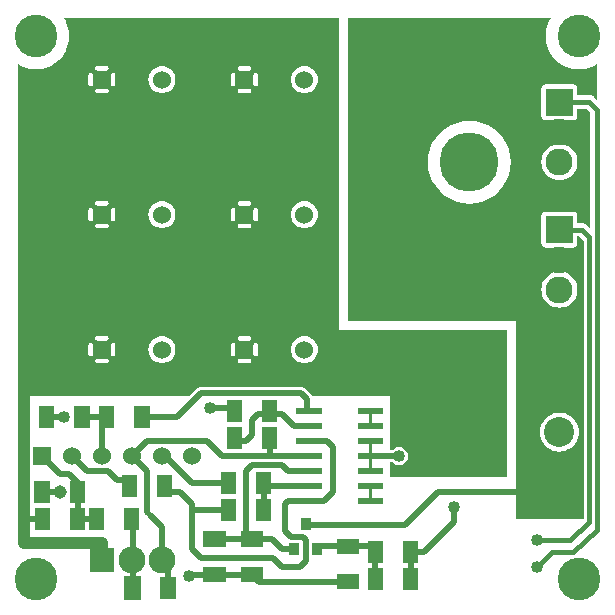
<source format=gbr>
G04 start of page 3 for group 1 idx 0 *
G04 Title: Motor regeling, signalb *
G04 Creator: pcb 20110918 *
G04 CreationDate: Wed 01 Jan 2014 11:15:16 PM GMT UTC *
G04 For: thba *
G04 Format: Gerber/RS-274X *
G04 PCB-Dimensions: 197000 197000 *
G04 PCB-Coordinate-Origin: lower left *
%MOIN*%
%FSLAX25Y25*%
%LNBOTTOM*%
%ADD45C,0.0380*%
%ADD44C,0.0300*%
%ADD43C,0.1181*%
%ADD42C,0.1968*%
%ADD41C,0.0450*%
%ADD40C,0.1419*%
%ADD39R,0.0562X0.0562*%
%ADD38R,0.0512X0.0512*%
%ADD37R,0.0200X0.0200*%
%ADD36R,0.0340X0.0340*%
%ADD35C,0.0600*%
%ADD34C,0.1000*%
%ADD33C,0.0900*%
%ADD32C,0.0150*%
%ADD31C,0.0100*%
%ADD30C,0.0200*%
%ADD29C,0.0400*%
%ADD28C,0.0001*%
G54D28*G36*
X182500Y118507D02*X187235Y118514D01*
X187465Y118569D01*
X187683Y118659D01*
X187884Y118783D01*
X188064Y118936D01*
X188217Y119116D01*
X188341Y119317D01*
X188431Y119535D01*
X188486Y119765D01*
X188500Y120000D01*
X188496Y122350D01*
X189109D01*
X190750Y120709D01*
Y28000D01*
X182500D01*
Y32994D01*
X182814Y33019D01*
X183120Y33092D01*
X183411Y33212D01*
X183679Y33377D01*
X183919Y33581D01*
X184123Y33821D01*
X184288Y34089D01*
X184408Y34380D01*
X184481Y34686D01*
X184500Y35000D01*
Y35100D01*
X184481Y35414D01*
X184408Y35720D01*
X184288Y36011D01*
X184123Y36279D01*
X183919Y36519D01*
X183679Y36723D01*
X183411Y36888D01*
X183120Y37008D01*
X182814Y37081D01*
X182500Y37106D01*
Y50480D01*
X183520Y50560D01*
X184515Y50799D01*
X185460Y51191D01*
X186332Y51725D01*
X187110Y52390D01*
X187775Y53168D01*
X188309Y54040D01*
X188701Y54985D01*
X188940Y55980D01*
X189000Y57000D01*
X188940Y58020D01*
X188701Y59015D01*
X188309Y59960D01*
X187775Y60832D01*
X187110Y61610D01*
X186332Y62275D01*
X185460Y62809D01*
X184515Y63201D01*
X183520Y63440D01*
X182500Y63520D01*
Y98481D01*
X183442Y98556D01*
X184360Y98776D01*
X185232Y99137D01*
X186038Y99631D01*
X186756Y100244D01*
X187369Y100962D01*
X187863Y101768D01*
X188224Y102640D01*
X188444Y103558D01*
X188500Y104500D01*
X188444Y105442D01*
X188224Y106360D01*
X187863Y107232D01*
X187369Y108038D01*
X186756Y108756D01*
X186038Y109369D01*
X185232Y109863D01*
X184360Y110224D01*
X183442Y110444D01*
X182500Y110519D01*
Y118507D01*
G37*
G36*
Y161007D02*X187235Y161014D01*
X187465Y161069D01*
X187683Y161159D01*
X187884Y161283D01*
X188064Y161436D01*
X188217Y161616D01*
X188341Y161817D01*
X188431Y162035D01*
X188486Y162265D01*
X188500Y162500D01*
X188497Y164650D01*
X191809D01*
X192750Y163709D01*
Y124791D01*
X191580Y125961D01*
X191525Y126025D01*
X191268Y126245D01*
X191268Y126245D01*
X190979Y126422D01*
X190666Y126551D01*
X190337Y126630D01*
X190000Y126657D01*
X189916Y126650D01*
X188490D01*
X188486Y129235D01*
X188431Y129465D01*
X188341Y129683D01*
X188217Y129884D01*
X188064Y130064D01*
X187884Y130217D01*
X187683Y130341D01*
X187465Y130431D01*
X187235Y130486D01*
X187000Y130500D01*
X182500Y130493D01*
Y140981D01*
X183442Y141056D01*
X184360Y141276D01*
X185232Y141637D01*
X186038Y142131D01*
X186756Y142744D01*
X187369Y143462D01*
X187863Y144268D01*
X188224Y145140D01*
X188444Y146058D01*
X188500Y147000D01*
X188444Y147942D01*
X188224Y148860D01*
X187863Y149732D01*
X187369Y150538D01*
X186756Y151256D01*
X186038Y151869D01*
X185232Y152363D01*
X184360Y152724D01*
X183442Y152944D01*
X182500Y153019D01*
Y161007D01*
G37*
G36*
X195000Y179741D02*Y167541D01*
X194692Y167848D01*
X194600Y168070D01*
X194407Y168386D01*
X194167Y168667D01*
X193886Y168907D01*
X193570Y169100D01*
X193228Y169242D01*
X192869Y169328D01*
X192500Y169350D01*
X188490D01*
X188486Y171735D01*
X188431Y171965D01*
X188341Y172183D01*
X188217Y172384D01*
X188064Y172564D01*
X187884Y172717D01*
X187683Y172841D01*
X187465Y172931D01*
X187235Y172986D01*
X187000Y173000D01*
X182500Y172993D01*
Y180048D01*
X183977Y179142D01*
X185581Y178478D01*
X187269Y178073D01*
X189000Y177936D01*
X190731Y178073D01*
X192419Y178478D01*
X194023Y179142D01*
X195000Y179741D01*
G37*
G36*
X182500Y172993D02*X177765Y172986D01*
X177535Y172931D01*
X177317Y172841D01*
X177116Y172717D01*
X176936Y172564D01*
X176783Y172384D01*
X176659Y172183D01*
X176569Y171965D01*
X176514Y171735D01*
X176500Y171500D01*
X176514Y162265D01*
X176569Y162035D01*
X176659Y161817D01*
X176783Y161616D01*
X176936Y161436D01*
X177116Y161283D01*
X177317Y161159D01*
X177535Y161069D01*
X177765Y161014D01*
X178000Y161000D01*
X182500Y161007D01*
Y153019D01*
X181558Y152944D01*
X180640Y152724D01*
X179768Y152363D01*
X178962Y151869D01*
X178244Y151256D01*
X177631Y150538D01*
X177137Y149732D01*
X176776Y148860D01*
X176556Y147942D01*
X176481Y147000D01*
X176556Y146058D01*
X176776Y145140D01*
X177137Y144268D01*
X177631Y143462D01*
X178244Y142744D01*
X178962Y142131D01*
X179768Y141637D01*
X180640Y141276D01*
X181558Y141056D01*
X182500Y140981D01*
Y130493D01*
X177765Y130486D01*
X177535Y130431D01*
X177317Y130341D01*
X177116Y130217D01*
X176936Y130064D01*
X176783Y129884D01*
X176659Y129683D01*
X176569Y129465D01*
X176514Y129235D01*
X176500Y129000D01*
X176514Y119765D01*
X176569Y119535D01*
X176659Y119317D01*
X176783Y119116D01*
X176936Y118936D01*
X177116Y118783D01*
X177317Y118659D01*
X177535Y118569D01*
X177765Y118514D01*
X178000Y118500D01*
X182500Y118507D01*
Y110519D01*
X181558Y110444D01*
X180640Y110224D01*
X179768Y109863D01*
X178962Y109369D01*
X178244Y108756D01*
X177631Y108038D01*
X177137Y107232D01*
X176776Y106360D01*
X176556Y105442D01*
X176481Y104500D01*
X176556Y103558D01*
X176776Y102640D01*
X177137Y101768D01*
X177631Y100962D01*
X178244Y100244D01*
X178962Y99631D01*
X179768Y99137D01*
X180640Y98776D01*
X181558Y98556D01*
X182500Y98481D01*
Y63520D01*
X181480Y63440D01*
X180485Y63201D01*
X179540Y62809D01*
X178668Y62275D01*
X177890Y61610D01*
X177225Y60832D01*
X176691Y59960D01*
X176299Y59015D01*
X176060Y58020D01*
X175980Y57000D01*
X176060Y55980D01*
X176299Y54985D01*
X176691Y54040D01*
X177225Y53168D01*
X177890Y52390D01*
X178668Y51725D01*
X179540Y51191D01*
X180485Y50799D01*
X181480Y50560D01*
X182500Y50480D01*
Y37106D01*
X182186Y37081D01*
X181880Y37008D01*
X181589Y36888D01*
X181321Y36723D01*
X181081Y36519D01*
X180877Y36279D01*
X180712Y36011D01*
X180592Y35720D01*
X180519Y35414D01*
X180500Y35100D01*
Y35000D01*
X180519Y34686D01*
X180592Y34380D01*
X180712Y34089D01*
X180877Y33821D01*
X181081Y33581D01*
X181321Y33377D01*
X181589Y33212D01*
X181880Y33092D01*
X182186Y33019D01*
X182500Y32994D01*
Y28000D01*
X168000D01*
Y94000D01*
X152479D01*
Y133180D01*
X152500Y133178D01*
X154662Y133348D01*
X156771Y133854D01*
X158775Y134685D01*
X160624Y135818D01*
X162274Y137226D01*
X163682Y138876D01*
X164815Y140725D01*
X165646Y142729D01*
X166152Y144838D01*
X166280Y147000D01*
X166152Y149162D01*
X165646Y151271D01*
X164815Y153275D01*
X163682Y155124D01*
X162274Y156774D01*
X160624Y158182D01*
X158775Y159315D01*
X156771Y160146D01*
X154662Y160652D01*
X152500Y160822D01*
X152479Y160820D01*
Y195000D01*
X179741D01*
X179142Y194023D01*
X178478Y192419D01*
X178073Y190731D01*
X177936Y189000D01*
X178073Y187269D01*
X178478Y185581D01*
X179142Y183977D01*
X180049Y182497D01*
X181177Y181177D01*
X182497Y180049D01*
X182500Y180048D01*
Y172993D01*
G37*
G36*
X152479Y94000D02*X112000D01*
Y195000D01*
X152479D01*
Y160820D01*
X150338Y160652D01*
X148229Y160146D01*
X146225Y159315D01*
X144376Y158182D01*
X142726Y156774D01*
X141318Y155124D01*
X140185Y153275D01*
X139354Y151271D01*
X138848Y149162D01*
X138678Y147000D01*
X138848Y144838D01*
X139354Y142729D01*
X140185Y140725D01*
X141318Y138876D01*
X142726Y137226D01*
X144376Y135818D01*
X146225Y134685D01*
X148229Y133854D01*
X150338Y133348D01*
X152479Y133180D01*
Y94000D01*
G37*
G36*
X109000Y195000D02*Y69000D01*
X100233D01*
X100123Y69179D01*
X100123Y69179D01*
X99919Y69419D01*
X99859Y69470D01*
X97970Y71359D01*
X97919Y71419D01*
X97679Y71623D01*
X97679Y71623D01*
X97493Y71737D01*
Y79987D01*
X97500Y79986D01*
X98206Y80042D01*
X98895Y80207D01*
X99549Y80478D01*
X100153Y80848D01*
X100692Y81308D01*
X101152Y81847D01*
X101522Y82451D01*
X101793Y83105D01*
X101958Y83794D01*
X102000Y84500D01*
X101958Y85206D01*
X101793Y85895D01*
X101522Y86549D01*
X101152Y87153D01*
X100692Y87692D01*
X100153Y88152D01*
X99549Y88522D01*
X98895Y88793D01*
X98206Y88958D01*
X97500Y89014D01*
X97493Y89013D01*
Y124987D01*
X97500Y124986D01*
X98206Y125042D01*
X98895Y125207D01*
X99549Y125478D01*
X100153Y125848D01*
X100692Y126308D01*
X101152Y126847D01*
X101522Y127451D01*
X101793Y128105D01*
X101958Y128794D01*
X102000Y129500D01*
X101958Y130206D01*
X101793Y130895D01*
X101522Y131549D01*
X101152Y132153D01*
X100692Y132692D01*
X100153Y133152D01*
X99549Y133522D01*
X98895Y133793D01*
X98206Y133958D01*
X97500Y134014D01*
X97493Y134013D01*
Y169987D01*
X97500Y169986D01*
X98206Y170042D01*
X98895Y170207D01*
X99549Y170478D01*
X100153Y170848D01*
X100692Y171308D01*
X101152Y171847D01*
X101522Y172451D01*
X101793Y173105D01*
X101958Y173794D01*
X102000Y174500D01*
X101958Y175206D01*
X101793Y175895D01*
X101522Y176549D01*
X101152Y177153D01*
X100692Y177692D01*
X100153Y178152D01*
X99549Y178522D01*
X98895Y178793D01*
X98206Y178958D01*
X97500Y179014D01*
X97493Y179013D01*
Y195000D01*
X109000D01*
G37*
G36*
X97493Y71737D02*X97411Y71788D01*
X97120Y71908D01*
X96814Y71981D01*
X96500Y72006D01*
X96422Y72000D01*
X81250D01*
Y82248D01*
X81368Y82257D01*
X81482Y82285D01*
X81592Y82330D01*
X81692Y82391D01*
X81782Y82468D01*
X81859Y82558D01*
X81920Y82658D01*
X81965Y82768D01*
X81993Y82882D01*
X82000Y83000D01*
Y86000D01*
X81993Y86118D01*
X81965Y86232D01*
X81920Y86342D01*
X81859Y86442D01*
X81782Y86532D01*
X81692Y86609D01*
X81592Y86670D01*
X81482Y86715D01*
X81368Y86743D01*
X81250Y86752D01*
Y127248D01*
X81368Y127257D01*
X81482Y127285D01*
X81592Y127330D01*
X81692Y127391D01*
X81782Y127468D01*
X81859Y127558D01*
X81920Y127658D01*
X81965Y127768D01*
X81993Y127882D01*
X82000Y128000D01*
Y131000D01*
X81993Y131118D01*
X81965Y131232D01*
X81920Y131342D01*
X81859Y131442D01*
X81782Y131532D01*
X81692Y131609D01*
X81592Y131670D01*
X81482Y131715D01*
X81368Y131743D01*
X81250Y131752D01*
Y172248D01*
X81368Y172257D01*
X81482Y172285D01*
X81592Y172330D01*
X81692Y172391D01*
X81782Y172468D01*
X81859Y172558D01*
X81920Y172658D01*
X81965Y172768D01*
X81993Y172882D01*
X82000Y173000D01*
Y176000D01*
X81993Y176118D01*
X81965Y176232D01*
X81920Y176342D01*
X81859Y176442D01*
X81782Y176532D01*
X81692Y176609D01*
X81592Y176670D01*
X81482Y176715D01*
X81368Y176743D01*
X81250Y176752D01*
Y195000D01*
X97493D01*
Y179013D01*
X96794Y178958D01*
X96105Y178793D01*
X95451Y178522D01*
X94847Y178152D01*
X94308Y177692D01*
X93848Y177153D01*
X93478Y176549D01*
X93207Y175895D01*
X93042Y175206D01*
X92986Y174500D01*
X93042Y173794D01*
X93207Y173105D01*
X93478Y172451D01*
X93848Y171847D01*
X94308Y171308D01*
X94847Y170848D01*
X95451Y170478D01*
X96105Y170207D01*
X96794Y170042D01*
X97493Y169987D01*
Y134013D01*
X96794Y133958D01*
X96105Y133793D01*
X95451Y133522D01*
X94847Y133152D01*
X94308Y132692D01*
X93848Y132153D01*
X93478Y131549D01*
X93207Y130895D01*
X93042Y130206D01*
X92986Y129500D01*
X93042Y128794D01*
X93207Y128105D01*
X93478Y127451D01*
X93848Y126847D01*
X94308Y126308D01*
X94847Y125848D01*
X95451Y125478D01*
X96105Y125207D01*
X96794Y125042D01*
X97493Y124987D01*
Y89013D01*
X96794Y88958D01*
X96105Y88793D01*
X95451Y88522D01*
X94847Y88152D01*
X94308Y87692D01*
X93848Y87153D01*
X93478Y86549D01*
X93207Y85895D01*
X93042Y85206D01*
X92986Y84500D01*
X93042Y83794D01*
X93207Y83105D01*
X93478Y82451D01*
X93848Y81847D01*
X94308Y81308D01*
X94847Y80848D01*
X95451Y80478D01*
X96105Y80207D01*
X96794Y80042D01*
X97493Y79987D01*
Y71737D01*
G37*
G36*
X81250Y72000D02*X77500D01*
Y80000D01*
X79000D01*
X79118Y80007D01*
X79232Y80035D01*
X79342Y80080D01*
X79442Y80141D01*
X79532Y80218D01*
X79609Y80308D01*
X79670Y80408D01*
X79715Y80518D01*
X79743Y80632D01*
X79752Y80750D01*
X79743Y80868D01*
X79715Y80982D01*
X79670Y81092D01*
X79609Y81192D01*
X79532Y81282D01*
X79442Y81359D01*
X79342Y81420D01*
X79232Y81465D01*
X79118Y81493D01*
X79000Y81500D01*
X77500D01*
Y87500D01*
X79000D01*
X79118Y87507D01*
X79232Y87535D01*
X79342Y87580D01*
X79442Y87641D01*
X79532Y87718D01*
X79609Y87808D01*
X79670Y87908D01*
X79715Y88018D01*
X79743Y88132D01*
X79752Y88250D01*
X79743Y88368D01*
X79715Y88482D01*
X79670Y88592D01*
X79609Y88692D01*
X79532Y88782D01*
X79442Y88859D01*
X79342Y88920D01*
X79232Y88965D01*
X79118Y88993D01*
X79000Y89000D01*
X77500D01*
Y125000D01*
X79000D01*
X79118Y125007D01*
X79232Y125035D01*
X79342Y125080D01*
X79442Y125141D01*
X79532Y125218D01*
X79609Y125308D01*
X79670Y125408D01*
X79715Y125518D01*
X79743Y125632D01*
X79752Y125750D01*
X79743Y125868D01*
X79715Y125982D01*
X79670Y126092D01*
X79609Y126192D01*
X79532Y126282D01*
X79442Y126359D01*
X79342Y126420D01*
X79232Y126465D01*
X79118Y126493D01*
X79000Y126500D01*
X77500D01*
Y132500D01*
X79000D01*
X79118Y132507D01*
X79232Y132535D01*
X79342Y132580D01*
X79442Y132641D01*
X79532Y132718D01*
X79609Y132808D01*
X79670Y132908D01*
X79715Y133018D01*
X79743Y133132D01*
X79752Y133250D01*
X79743Y133368D01*
X79715Y133482D01*
X79670Y133592D01*
X79609Y133692D01*
X79532Y133782D01*
X79442Y133859D01*
X79342Y133920D01*
X79232Y133965D01*
X79118Y133993D01*
X79000Y134000D01*
X77500D01*
Y170000D01*
X79000D01*
X79118Y170007D01*
X79232Y170035D01*
X79342Y170080D01*
X79442Y170141D01*
X79532Y170218D01*
X79609Y170308D01*
X79670Y170408D01*
X79715Y170518D01*
X79743Y170632D01*
X79752Y170750D01*
X79743Y170868D01*
X79715Y170982D01*
X79670Y171092D01*
X79609Y171192D01*
X79532Y171282D01*
X79442Y171359D01*
X79342Y171420D01*
X79232Y171465D01*
X79118Y171493D01*
X79000Y171500D01*
X77500D01*
Y177500D01*
X79000D01*
X79118Y177507D01*
X79232Y177535D01*
X79342Y177580D01*
X79442Y177641D01*
X79532Y177718D01*
X79609Y177808D01*
X79670Y177908D01*
X79715Y178018D01*
X79743Y178132D01*
X79752Y178250D01*
X79743Y178368D01*
X79715Y178482D01*
X79670Y178592D01*
X79609Y178692D01*
X79532Y178782D01*
X79442Y178859D01*
X79342Y178920D01*
X79232Y178965D01*
X79118Y178993D01*
X79000Y179000D01*
X77500D01*
Y195000D01*
X81250D01*
Y176752D01*
X81132Y176743D01*
X81018Y176715D01*
X80908Y176670D01*
X80808Y176609D01*
X80718Y176532D01*
X80641Y176442D01*
X80580Y176342D01*
X80535Y176232D01*
X80507Y176118D01*
X80500Y176000D01*
Y173000D01*
X80507Y172882D01*
X80535Y172768D01*
X80580Y172658D01*
X80641Y172558D01*
X80718Y172468D01*
X80808Y172391D01*
X80908Y172330D01*
X81018Y172285D01*
X81132Y172257D01*
X81250Y172248D01*
Y131752D01*
X81132Y131743D01*
X81018Y131715D01*
X80908Y131670D01*
X80808Y131609D01*
X80718Y131532D01*
X80641Y131442D01*
X80580Y131342D01*
X80535Y131232D01*
X80507Y131118D01*
X80500Y131000D01*
Y128000D01*
X80507Y127882D01*
X80535Y127768D01*
X80580Y127658D01*
X80641Y127558D01*
X80718Y127468D01*
X80808Y127391D01*
X80908Y127330D01*
X81018Y127285D01*
X81132Y127257D01*
X81250Y127248D01*
Y86752D01*
X81132Y86743D01*
X81018Y86715D01*
X80908Y86670D01*
X80808Y86609D01*
X80718Y86532D01*
X80641Y86442D01*
X80580Y86342D01*
X80535Y86232D01*
X80507Y86118D01*
X80500Y86000D01*
Y83000D01*
X80507Y82882D01*
X80535Y82768D01*
X80580Y82658D01*
X80641Y82558D01*
X80718Y82468D01*
X80808Y82391D01*
X80908Y82330D01*
X81018Y82285D01*
X81132Y82257D01*
X81250Y82248D01*
Y72000D01*
G37*
G36*
X77500D02*X73750D01*
Y82248D01*
X73868Y82257D01*
X73982Y82285D01*
X74092Y82330D01*
X74192Y82391D01*
X74282Y82468D01*
X74359Y82558D01*
X74420Y82658D01*
X74465Y82768D01*
X74493Y82882D01*
X74500Y83000D01*
Y86000D01*
X74493Y86118D01*
X74465Y86232D01*
X74420Y86342D01*
X74359Y86442D01*
X74282Y86532D01*
X74192Y86609D01*
X74092Y86670D01*
X73982Y86715D01*
X73868Y86743D01*
X73750Y86752D01*
Y127248D01*
X73868Y127257D01*
X73982Y127285D01*
X74092Y127330D01*
X74192Y127391D01*
X74282Y127468D01*
X74359Y127558D01*
X74420Y127658D01*
X74465Y127768D01*
X74493Y127882D01*
X74500Y128000D01*
Y131000D01*
X74493Y131118D01*
X74465Y131232D01*
X74420Y131342D01*
X74359Y131442D01*
X74282Y131532D01*
X74192Y131609D01*
X74092Y131670D01*
X73982Y131715D01*
X73868Y131743D01*
X73750Y131752D01*
Y172248D01*
X73868Y172257D01*
X73982Y172285D01*
X74092Y172330D01*
X74192Y172391D01*
X74282Y172468D01*
X74359Y172558D01*
X74420Y172658D01*
X74465Y172768D01*
X74493Y172882D01*
X74500Y173000D01*
Y176000D01*
X74493Y176118D01*
X74465Y176232D01*
X74420Y176342D01*
X74359Y176442D01*
X74282Y176532D01*
X74192Y176609D01*
X74092Y176670D01*
X73982Y176715D01*
X73868Y176743D01*
X73750Y176752D01*
Y195000D01*
X77500D01*
Y179000D01*
X76000D01*
X75882Y178993D01*
X75768Y178965D01*
X75658Y178920D01*
X75558Y178859D01*
X75468Y178782D01*
X75391Y178692D01*
X75330Y178592D01*
X75285Y178482D01*
X75257Y178368D01*
X75248Y178250D01*
X75257Y178132D01*
X75285Y178018D01*
X75330Y177908D01*
X75391Y177808D01*
X75468Y177718D01*
X75558Y177641D01*
X75658Y177580D01*
X75768Y177535D01*
X75882Y177507D01*
X76000Y177500D01*
X77500D01*
Y171500D01*
X76000D01*
X75882Y171493D01*
X75768Y171465D01*
X75658Y171420D01*
X75558Y171359D01*
X75468Y171282D01*
X75391Y171192D01*
X75330Y171092D01*
X75285Y170982D01*
X75257Y170868D01*
X75248Y170750D01*
X75257Y170632D01*
X75285Y170518D01*
X75330Y170408D01*
X75391Y170308D01*
X75468Y170218D01*
X75558Y170141D01*
X75658Y170080D01*
X75768Y170035D01*
X75882Y170007D01*
X76000Y170000D01*
X77500D01*
Y134000D01*
X76000D01*
X75882Y133993D01*
X75768Y133965D01*
X75658Y133920D01*
X75558Y133859D01*
X75468Y133782D01*
X75391Y133692D01*
X75330Y133592D01*
X75285Y133482D01*
X75257Y133368D01*
X75248Y133250D01*
X75257Y133132D01*
X75285Y133018D01*
X75330Y132908D01*
X75391Y132808D01*
X75468Y132718D01*
X75558Y132641D01*
X75658Y132580D01*
X75768Y132535D01*
X75882Y132507D01*
X76000Y132500D01*
X77500D01*
Y126500D01*
X76000D01*
X75882Y126493D01*
X75768Y126465D01*
X75658Y126420D01*
X75558Y126359D01*
X75468Y126282D01*
X75391Y126192D01*
X75330Y126092D01*
X75285Y125982D01*
X75257Y125868D01*
X75248Y125750D01*
X75257Y125632D01*
X75285Y125518D01*
X75330Y125408D01*
X75391Y125308D01*
X75468Y125218D01*
X75558Y125141D01*
X75658Y125080D01*
X75768Y125035D01*
X75882Y125007D01*
X76000Y125000D01*
X77500D01*
Y89000D01*
X76000D01*
X75882Y88993D01*
X75768Y88965D01*
X75658Y88920D01*
X75558Y88859D01*
X75468Y88782D01*
X75391Y88692D01*
X75330Y88592D01*
X75285Y88482D01*
X75257Y88368D01*
X75248Y88250D01*
X75257Y88132D01*
X75285Y88018D01*
X75330Y87908D01*
X75391Y87808D01*
X75468Y87718D01*
X75558Y87641D01*
X75658Y87580D01*
X75768Y87535D01*
X75882Y87507D01*
X76000Y87500D01*
X77500D01*
Y81500D01*
X76000D01*
X75882Y81493D01*
X75768Y81465D01*
X75658Y81420D01*
X75558Y81359D01*
X75468Y81282D01*
X75391Y81192D01*
X75330Y81092D01*
X75285Y80982D01*
X75257Y80868D01*
X75248Y80750D01*
X75257Y80632D01*
X75285Y80518D01*
X75330Y80408D01*
X75391Y80308D01*
X75468Y80218D01*
X75558Y80141D01*
X75658Y80080D01*
X75768Y80035D01*
X75882Y80007D01*
X76000Y80000D01*
X77500D01*
Y72000D01*
G37*
G36*
X73750D02*X63078D01*
X63000Y72006D01*
X62686Y71981D01*
X62380Y71908D01*
X62089Y71788D01*
X61821Y71623D01*
X61821Y71623D01*
X61581Y71419D01*
X61530Y71359D01*
X59172Y69000D01*
X49993D01*
Y79987D01*
X50000Y79986D01*
X50706Y80042D01*
X51395Y80207D01*
X52049Y80478D01*
X52653Y80848D01*
X53192Y81308D01*
X53652Y81847D01*
X54022Y82451D01*
X54293Y83105D01*
X54458Y83794D01*
X54500Y84500D01*
X54458Y85206D01*
X54293Y85895D01*
X54022Y86549D01*
X53652Y87153D01*
X53192Y87692D01*
X52653Y88152D01*
X52049Y88522D01*
X51395Y88793D01*
X50706Y88958D01*
X50000Y89014D01*
X49993Y89013D01*
Y124987D01*
X50000Y124986D01*
X50706Y125042D01*
X51395Y125207D01*
X52049Y125478D01*
X52653Y125848D01*
X53192Y126308D01*
X53652Y126847D01*
X54022Y127451D01*
X54293Y128105D01*
X54458Y128794D01*
X54500Y129500D01*
X54458Y130206D01*
X54293Y130895D01*
X54022Y131549D01*
X53652Y132153D01*
X53192Y132692D01*
X52653Y133152D01*
X52049Y133522D01*
X51395Y133793D01*
X50706Y133958D01*
X50000Y134014D01*
X49993Y134013D01*
Y169987D01*
X50000Y169986D01*
X50706Y170042D01*
X51395Y170207D01*
X52049Y170478D01*
X52653Y170848D01*
X53192Y171308D01*
X53652Y171847D01*
X54022Y172451D01*
X54293Y173105D01*
X54458Y173794D01*
X54500Y174500D01*
X54458Y175206D01*
X54293Y175895D01*
X54022Y176549D01*
X53652Y177153D01*
X53192Y177692D01*
X52653Y178152D01*
X52049Y178522D01*
X51395Y178793D01*
X50706Y178958D01*
X50000Y179014D01*
X49993Y179013D01*
Y195000D01*
X73750D01*
Y176752D01*
X73632Y176743D01*
X73518Y176715D01*
X73408Y176670D01*
X73308Y176609D01*
X73218Y176532D01*
X73141Y176442D01*
X73080Y176342D01*
X73035Y176232D01*
X73007Y176118D01*
X73000Y176000D01*
Y173000D01*
X73007Y172882D01*
X73035Y172768D01*
X73080Y172658D01*
X73141Y172558D01*
X73218Y172468D01*
X73308Y172391D01*
X73408Y172330D01*
X73518Y172285D01*
X73632Y172257D01*
X73750Y172248D01*
Y131752D01*
X73632Y131743D01*
X73518Y131715D01*
X73408Y131670D01*
X73308Y131609D01*
X73218Y131532D01*
X73141Y131442D01*
X73080Y131342D01*
X73035Y131232D01*
X73007Y131118D01*
X73000Y131000D01*
Y128000D01*
X73007Y127882D01*
X73035Y127768D01*
X73080Y127658D01*
X73141Y127558D01*
X73218Y127468D01*
X73308Y127391D01*
X73408Y127330D01*
X73518Y127285D01*
X73632Y127257D01*
X73750Y127248D01*
Y86752D01*
X73632Y86743D01*
X73518Y86715D01*
X73408Y86670D01*
X73308Y86609D01*
X73218Y86532D01*
X73141Y86442D01*
X73080Y86342D01*
X73035Y86232D01*
X73007Y86118D01*
X73000Y86000D01*
Y83000D01*
X73007Y82882D01*
X73035Y82768D01*
X73080Y82658D01*
X73141Y82558D01*
X73218Y82468D01*
X73308Y82391D01*
X73408Y82330D01*
X73518Y82285D01*
X73632Y82257D01*
X73750Y82248D01*
Y72000D01*
G37*
G36*
X49993Y69000D02*X33750D01*
Y82248D01*
X33868Y82257D01*
X33982Y82285D01*
X34092Y82330D01*
X34192Y82391D01*
X34282Y82468D01*
X34359Y82558D01*
X34420Y82658D01*
X34465Y82768D01*
X34493Y82882D01*
X34500Y83000D01*
Y86000D01*
X34493Y86118D01*
X34465Y86232D01*
X34420Y86342D01*
X34359Y86442D01*
X34282Y86532D01*
X34192Y86609D01*
X34092Y86670D01*
X33982Y86715D01*
X33868Y86743D01*
X33750Y86752D01*
Y127248D01*
X33868Y127257D01*
X33982Y127285D01*
X34092Y127330D01*
X34192Y127391D01*
X34282Y127468D01*
X34359Y127558D01*
X34420Y127658D01*
X34465Y127768D01*
X34493Y127882D01*
X34500Y128000D01*
Y131000D01*
X34493Y131118D01*
X34465Y131232D01*
X34420Y131342D01*
X34359Y131442D01*
X34282Y131532D01*
X34192Y131609D01*
X34092Y131670D01*
X33982Y131715D01*
X33868Y131743D01*
X33750Y131752D01*
Y172248D01*
X33868Y172257D01*
X33982Y172285D01*
X34092Y172330D01*
X34192Y172391D01*
X34282Y172468D01*
X34359Y172558D01*
X34420Y172658D01*
X34465Y172768D01*
X34493Y172882D01*
X34500Y173000D01*
Y176000D01*
X34493Y176118D01*
X34465Y176232D01*
X34420Y176342D01*
X34359Y176442D01*
X34282Y176532D01*
X34192Y176609D01*
X34092Y176670D01*
X33982Y176715D01*
X33868Y176743D01*
X33750Y176752D01*
Y195000D01*
X49993D01*
Y179013D01*
X49294Y178958D01*
X48605Y178793D01*
X47951Y178522D01*
X47347Y178152D01*
X46808Y177692D01*
X46348Y177153D01*
X45978Y176549D01*
X45707Y175895D01*
X45542Y175206D01*
X45486Y174500D01*
X45542Y173794D01*
X45707Y173105D01*
X45978Y172451D01*
X46348Y171847D01*
X46808Y171308D01*
X47347Y170848D01*
X47951Y170478D01*
X48605Y170207D01*
X49294Y170042D01*
X49993Y169987D01*
Y134013D01*
X49294Y133958D01*
X48605Y133793D01*
X47951Y133522D01*
X47347Y133152D01*
X46808Y132692D01*
X46348Y132153D01*
X45978Y131549D01*
X45707Y130895D01*
X45542Y130206D01*
X45486Y129500D01*
X45542Y128794D01*
X45707Y128105D01*
X45978Y127451D01*
X46348Y126847D01*
X46808Y126308D01*
X47347Y125848D01*
X47951Y125478D01*
X48605Y125207D01*
X49294Y125042D01*
X49993Y124987D01*
Y89013D01*
X49294Y88958D01*
X48605Y88793D01*
X47951Y88522D01*
X47347Y88152D01*
X46808Y87692D01*
X46348Y87153D01*
X45978Y86549D01*
X45707Y85895D01*
X45542Y85206D01*
X45486Y84500D01*
X45542Y83794D01*
X45707Y83105D01*
X45978Y82451D01*
X46348Y81847D01*
X46808Y81308D01*
X47347Y80848D01*
X47951Y80478D01*
X48605Y80207D01*
X49294Y80042D01*
X49993Y79987D01*
Y69000D01*
G37*
G36*
X33750D02*X30000D01*
Y80000D01*
X31500D01*
X31618Y80007D01*
X31732Y80035D01*
X31842Y80080D01*
X31942Y80141D01*
X32032Y80218D01*
X32109Y80308D01*
X32170Y80408D01*
X32215Y80518D01*
X32243Y80632D01*
X32252Y80750D01*
X32243Y80868D01*
X32215Y80982D01*
X32170Y81092D01*
X32109Y81192D01*
X32032Y81282D01*
X31942Y81359D01*
X31842Y81420D01*
X31732Y81465D01*
X31618Y81493D01*
X31500Y81500D01*
X30000D01*
Y87500D01*
X31500D01*
X31618Y87507D01*
X31732Y87535D01*
X31842Y87580D01*
X31942Y87641D01*
X32032Y87718D01*
X32109Y87808D01*
X32170Y87908D01*
X32215Y88018D01*
X32243Y88132D01*
X32252Y88250D01*
X32243Y88368D01*
X32215Y88482D01*
X32170Y88592D01*
X32109Y88692D01*
X32032Y88782D01*
X31942Y88859D01*
X31842Y88920D01*
X31732Y88965D01*
X31618Y88993D01*
X31500Y89000D01*
X30000D01*
Y125000D01*
X31500D01*
X31618Y125007D01*
X31732Y125035D01*
X31842Y125080D01*
X31942Y125141D01*
X32032Y125218D01*
X32109Y125308D01*
X32170Y125408D01*
X32215Y125518D01*
X32243Y125632D01*
X32252Y125750D01*
X32243Y125868D01*
X32215Y125982D01*
X32170Y126092D01*
X32109Y126192D01*
X32032Y126282D01*
X31942Y126359D01*
X31842Y126420D01*
X31732Y126465D01*
X31618Y126493D01*
X31500Y126500D01*
X30000D01*
Y132500D01*
X31500D01*
X31618Y132507D01*
X31732Y132535D01*
X31842Y132580D01*
X31942Y132641D01*
X32032Y132718D01*
X32109Y132808D01*
X32170Y132908D01*
X32215Y133018D01*
X32243Y133132D01*
X32252Y133250D01*
X32243Y133368D01*
X32215Y133482D01*
X32170Y133592D01*
X32109Y133692D01*
X32032Y133782D01*
X31942Y133859D01*
X31842Y133920D01*
X31732Y133965D01*
X31618Y133993D01*
X31500Y134000D01*
X30000D01*
Y170000D01*
X31500D01*
X31618Y170007D01*
X31732Y170035D01*
X31842Y170080D01*
X31942Y170141D01*
X32032Y170218D01*
X32109Y170308D01*
X32170Y170408D01*
X32215Y170518D01*
X32243Y170632D01*
X32252Y170750D01*
X32243Y170868D01*
X32215Y170982D01*
X32170Y171092D01*
X32109Y171192D01*
X32032Y171282D01*
X31942Y171359D01*
X31842Y171420D01*
X31732Y171465D01*
X31618Y171493D01*
X31500Y171500D01*
X30000D01*
Y177500D01*
X31500D01*
X31618Y177507D01*
X31732Y177535D01*
X31842Y177580D01*
X31942Y177641D01*
X32032Y177718D01*
X32109Y177808D01*
X32170Y177908D01*
X32215Y178018D01*
X32243Y178132D01*
X32252Y178250D01*
X32243Y178368D01*
X32215Y178482D01*
X32170Y178592D01*
X32109Y178692D01*
X32032Y178782D01*
X31942Y178859D01*
X31842Y178920D01*
X31732Y178965D01*
X31618Y178993D01*
X31500Y179000D01*
X30000D01*
Y195000D01*
X33750D01*
Y176752D01*
X33632Y176743D01*
X33518Y176715D01*
X33408Y176670D01*
X33308Y176609D01*
X33218Y176532D01*
X33141Y176442D01*
X33080Y176342D01*
X33035Y176232D01*
X33007Y176118D01*
X33000Y176000D01*
Y173000D01*
X33007Y172882D01*
X33035Y172768D01*
X33080Y172658D01*
X33141Y172558D01*
X33218Y172468D01*
X33308Y172391D01*
X33408Y172330D01*
X33518Y172285D01*
X33632Y172257D01*
X33750Y172248D01*
Y131752D01*
X33632Y131743D01*
X33518Y131715D01*
X33408Y131670D01*
X33308Y131609D01*
X33218Y131532D01*
X33141Y131442D01*
X33080Y131342D01*
X33035Y131232D01*
X33007Y131118D01*
X33000Y131000D01*
Y128000D01*
X33007Y127882D01*
X33035Y127768D01*
X33080Y127658D01*
X33141Y127558D01*
X33218Y127468D01*
X33308Y127391D01*
X33408Y127330D01*
X33518Y127285D01*
X33632Y127257D01*
X33750Y127248D01*
Y86752D01*
X33632Y86743D01*
X33518Y86715D01*
X33408Y86670D01*
X33308Y86609D01*
X33218Y86532D01*
X33141Y86442D01*
X33080Y86342D01*
X33035Y86232D01*
X33007Y86118D01*
X33000Y86000D01*
Y83000D01*
X33007Y82882D01*
X33035Y82768D01*
X33080Y82658D01*
X33141Y82558D01*
X33218Y82468D01*
X33308Y82391D01*
X33408Y82330D01*
X33518Y82285D01*
X33632Y82257D01*
X33750Y82248D01*
Y69000D01*
G37*
G36*
X30000D02*X26250D01*
Y82248D01*
X26368Y82257D01*
X26482Y82285D01*
X26592Y82330D01*
X26692Y82391D01*
X26782Y82468D01*
X26859Y82558D01*
X26920Y82658D01*
X26965Y82768D01*
X26993Y82882D01*
X27000Y83000D01*
Y86000D01*
X26993Y86118D01*
X26965Y86232D01*
X26920Y86342D01*
X26859Y86442D01*
X26782Y86532D01*
X26692Y86609D01*
X26592Y86670D01*
X26482Y86715D01*
X26368Y86743D01*
X26250Y86752D01*
Y127248D01*
X26368Y127257D01*
X26482Y127285D01*
X26592Y127330D01*
X26692Y127391D01*
X26782Y127468D01*
X26859Y127558D01*
X26920Y127658D01*
X26965Y127768D01*
X26993Y127882D01*
X27000Y128000D01*
Y131000D01*
X26993Y131118D01*
X26965Y131232D01*
X26920Y131342D01*
X26859Y131442D01*
X26782Y131532D01*
X26692Y131609D01*
X26592Y131670D01*
X26482Y131715D01*
X26368Y131743D01*
X26250Y131752D01*
Y172248D01*
X26368Y172257D01*
X26482Y172285D01*
X26592Y172330D01*
X26692Y172391D01*
X26782Y172468D01*
X26859Y172558D01*
X26920Y172658D01*
X26965Y172768D01*
X26993Y172882D01*
X27000Y173000D01*
Y176000D01*
X26993Y176118D01*
X26965Y176232D01*
X26920Y176342D01*
X26859Y176442D01*
X26782Y176532D01*
X26692Y176609D01*
X26592Y176670D01*
X26482Y176715D01*
X26368Y176743D01*
X26250Y176752D01*
Y195000D01*
X30000D01*
Y179000D01*
X28500D01*
X28382Y178993D01*
X28268Y178965D01*
X28158Y178920D01*
X28058Y178859D01*
X27968Y178782D01*
X27891Y178692D01*
X27830Y178592D01*
X27785Y178482D01*
X27757Y178368D01*
X27748Y178250D01*
X27757Y178132D01*
X27785Y178018D01*
X27830Y177908D01*
X27891Y177808D01*
X27968Y177718D01*
X28058Y177641D01*
X28158Y177580D01*
X28268Y177535D01*
X28382Y177507D01*
X28500Y177500D01*
X30000D01*
Y171500D01*
X28500D01*
X28382Y171493D01*
X28268Y171465D01*
X28158Y171420D01*
X28058Y171359D01*
X27968Y171282D01*
X27891Y171192D01*
X27830Y171092D01*
X27785Y170982D01*
X27757Y170868D01*
X27748Y170750D01*
X27757Y170632D01*
X27785Y170518D01*
X27830Y170408D01*
X27891Y170308D01*
X27968Y170218D01*
X28058Y170141D01*
X28158Y170080D01*
X28268Y170035D01*
X28382Y170007D01*
X28500Y170000D01*
X30000D01*
Y134000D01*
X28500D01*
X28382Y133993D01*
X28268Y133965D01*
X28158Y133920D01*
X28058Y133859D01*
X27968Y133782D01*
X27891Y133692D01*
X27830Y133592D01*
X27785Y133482D01*
X27757Y133368D01*
X27748Y133250D01*
X27757Y133132D01*
X27785Y133018D01*
X27830Y132908D01*
X27891Y132808D01*
X27968Y132718D01*
X28058Y132641D01*
X28158Y132580D01*
X28268Y132535D01*
X28382Y132507D01*
X28500Y132500D01*
X30000D01*
Y126500D01*
X28500D01*
X28382Y126493D01*
X28268Y126465D01*
X28158Y126420D01*
X28058Y126359D01*
X27968Y126282D01*
X27891Y126192D01*
X27830Y126092D01*
X27785Y125982D01*
X27757Y125868D01*
X27748Y125750D01*
X27757Y125632D01*
X27785Y125518D01*
X27830Y125408D01*
X27891Y125308D01*
X27968Y125218D01*
X28058Y125141D01*
X28158Y125080D01*
X28268Y125035D01*
X28382Y125007D01*
X28500Y125000D01*
X30000D01*
Y89000D01*
X28500D01*
X28382Y88993D01*
X28268Y88965D01*
X28158Y88920D01*
X28058Y88859D01*
X27968Y88782D01*
X27891Y88692D01*
X27830Y88592D01*
X27785Y88482D01*
X27757Y88368D01*
X27748Y88250D01*
X27757Y88132D01*
X27785Y88018D01*
X27830Y87908D01*
X27891Y87808D01*
X27968Y87718D01*
X28058Y87641D01*
X28158Y87580D01*
X28268Y87535D01*
X28382Y87507D01*
X28500Y87500D01*
X30000D01*
Y81500D01*
X28500D01*
X28382Y81493D01*
X28268Y81465D01*
X28158Y81420D01*
X28058Y81359D01*
X27968Y81282D01*
X27891Y81192D01*
X27830Y81092D01*
X27785Y80982D01*
X27757Y80868D01*
X27748Y80750D01*
X27757Y80632D01*
X27785Y80518D01*
X27830Y80408D01*
X27891Y80308D01*
X27968Y80218D01*
X28058Y80141D01*
X28158Y80080D01*
X28268Y80035D01*
X28382Y80007D01*
X28500Y80000D01*
X30000D01*
Y69000D01*
G37*
G36*
X26250D02*X2000D01*
Y179741D01*
X2977Y179142D01*
X4581Y178478D01*
X6269Y178073D01*
X8000Y177936D01*
X9731Y178073D01*
X11419Y178478D01*
X13023Y179142D01*
X14503Y180049D01*
X15823Y181177D01*
X16951Y182497D01*
X17858Y183977D01*
X18522Y185581D01*
X18927Y187269D01*
X19030Y189000D01*
X18927Y190731D01*
X18522Y192419D01*
X17858Y194023D01*
X17259Y195000D01*
X26250D01*
Y176752D01*
X26132Y176743D01*
X26018Y176715D01*
X25908Y176670D01*
X25808Y176609D01*
X25718Y176532D01*
X25641Y176442D01*
X25580Y176342D01*
X25535Y176232D01*
X25507Y176118D01*
X25500Y176000D01*
Y173000D01*
X25507Y172882D01*
X25535Y172768D01*
X25580Y172658D01*
X25641Y172558D01*
X25718Y172468D01*
X25808Y172391D01*
X25908Y172330D01*
X26018Y172285D01*
X26132Y172257D01*
X26250Y172248D01*
Y131752D01*
X26132Y131743D01*
X26018Y131715D01*
X25908Y131670D01*
X25808Y131609D01*
X25718Y131532D01*
X25641Y131442D01*
X25580Y131342D01*
X25535Y131232D01*
X25507Y131118D01*
X25500Y131000D01*
Y128000D01*
X25507Y127882D01*
X25535Y127768D01*
X25580Y127658D01*
X25641Y127558D01*
X25718Y127468D01*
X25808Y127391D01*
X25908Y127330D01*
X26018Y127285D01*
X26132Y127257D01*
X26250Y127248D01*
Y86752D01*
X26132Y86743D01*
X26018Y86715D01*
X25908Y86670D01*
X25808Y86609D01*
X25718Y86532D01*
X25641Y86442D01*
X25580Y86342D01*
X25535Y86232D01*
X25507Y86118D01*
X25500Y86000D01*
Y83000D01*
X25507Y82882D01*
X25535Y82768D01*
X25580Y82658D01*
X25641Y82558D01*
X25718Y82468D01*
X25808Y82391D01*
X25908Y82330D01*
X26018Y82285D01*
X26132Y82257D01*
X26250Y82248D01*
Y69000D01*
G37*
G36*
X165000Y42000D02*X126000D01*
Y47000D01*
X126763D01*
X126872Y46872D01*
X127231Y46565D01*
X127634Y46319D01*
X128070Y46138D01*
X128529Y46028D01*
X129000Y45991D01*
X129471Y46028D01*
X129930Y46138D01*
X130366Y46319D01*
X130769Y46565D01*
X131128Y46872D01*
X131435Y47231D01*
X131681Y47634D01*
X131862Y48070D01*
X131972Y48529D01*
X132000Y49000D01*
X131972Y49471D01*
X131862Y49930D01*
X131681Y50366D01*
X131435Y50769D01*
X131128Y51128D01*
X130769Y51435D01*
X130366Y51681D01*
X129930Y51862D01*
X129471Y51972D01*
X129000Y52009D01*
X128529Y51972D01*
X128070Y51862D01*
X127634Y51681D01*
X127231Y51435D01*
X126872Y51128D01*
X126763Y51000D01*
X126000D01*
Y69000D01*
X106000D01*
Y91000D01*
X165000D01*
Y42000D01*
G37*
G54D29*X4000Y72000D02*Y21000D01*
G54D30*X10095Y28000D02*X4000D01*
G54D29*Y20000D02*X30000D01*
Y13500D01*
Y14500D02*Y15000D01*
G54D31*X80000Y21310D02*X78190D01*
G54D30*X80000Y9500D02*X60000D01*
Y18000D02*Y33000D01*
X56000Y37000D01*
X72095Y31000D02*X60000D01*
X80000Y61000D02*Y56000D01*
X78000Y54000D01*
X74095D01*
X65000D02*X70000Y49000D01*
X60000Y40000D02*X72095D01*
X25000Y62000D02*X31595D01*
X30000D01*
Y49500D02*Y62000D01*
X11595D02*X17500D01*
X45000Y30512D02*Y44000D01*
X40000Y49000D01*
X39095Y48095D02*X45000Y54000D01*
X65000D01*
X55000Y62000D02*X43405D01*
X20000Y49000D02*X25000Y44000D01*
X32000D01*
X35000Y41000D01*
X19000Y43000D02*X21905Y40095D01*
Y28000D01*
X28095D01*
X35000Y41000D02*X39095D01*
X10000Y49000D02*X16000Y43000D01*
X19000D01*
X15905Y37000D02*X10000D01*
X56000D02*X50905D01*
X51000D01*
X50000Y25405D02*Y14500D01*
X63000Y15000D02*X60000Y18000D01*
X40190Y25715D02*Y6810D01*
X50000Y14500D02*X52000Y12500D01*
Y5000D01*
Y6000D01*
X45512Y30000D02*X45000Y30512D01*
G54D32*X182500Y124500D02*X190000D01*
X192500Y122000D01*
Y27000D01*
X195000Y164500D02*Y24500D01*
G54D30*X182500Y35000D02*Y35100D01*
G54D32*X195000Y164500D02*X192500Y167000D01*
X182500D01*
X192500Y27000D02*X186000Y21000D01*
X175000D01*
X187000Y17000D02*X180000D01*
X175000Y12000D01*
X195000Y24500D02*X187000Y17000D01*
G54D30*X142000Y37000D02*X169000D01*
X147500Y27000D02*X137500Y17000D01*
X132905D01*
X119500Y49000D02*X129000D01*
G54D31*X119500Y39000D02*Y34000D01*
G54D30*X142000Y37000D02*X131000Y26000D01*
X73595Y65000D02*X72000D01*
X73595D02*X66000D01*
X63000Y70000D02*X55000Y62000D01*
X99000Y49000D02*X98000D01*
X98500Y68000D02*Y64000D01*
Y65000D01*
X99000Y54000D02*X105000D01*
X107000Y52000D01*
X99000Y59000D02*X94000D01*
X90000Y63000D01*
X85905Y55000D02*Y49000D01*
X90000Y63000D02*X85905D01*
X86000D02*X82000D01*
X80000Y61000D01*
G54D31*X119500Y64000D02*Y59000D01*
G54D30*X96500Y70000D02*X98500Y68000D01*
X96500Y70000D02*X63000D01*
X99000Y38905D02*X97905D01*
X107000Y52000D02*Y37000D01*
X104000Y34000D01*
X98435Y33953D01*
X102000Y34000D01*
X132905Y17000D02*Y8000D01*
G54D31*X119500Y54000D02*Y44000D01*
G54D30*X101800Y18095D02*X102705Y19000D01*
X121095D01*
X46000Y29500D02*X50000Y25405D01*
X147500Y32000D02*Y27000D01*
X131000Y26000D02*X97900D01*
X99000Y44000D02*X92000D01*
X83905Y38905D02*X99000D01*
X92000Y44000D02*X90000Y46000D01*
X80000D01*
X78000Y44000D01*
X83905Y31000D02*X84000Y38905D01*
X91000Y33000D02*X92000Y34000D01*
X70000Y49000D02*X99000D01*
X50000D02*X51000D01*
X60000Y40000D01*
X78000Y44000D02*Y21310D01*
X63000Y15000D02*X87000D01*
X98000Y21000D02*X97000Y22000D01*
X67500Y21310D02*X86690D01*
X89905Y18095D01*
X94000D01*
X92000Y34000D02*X99000D01*
X112000Y7095D02*X82405D01*
X80000Y9500D01*
X121095Y18905D02*Y8000D01*
Y8095D01*
X87000Y15000D02*X90000Y12000D01*
X96000D01*
X98000Y14000D01*
Y21000D01*
X97000Y22000D02*X93000D01*
X91000Y24000D01*
Y33000D01*
G54D28*G36*
X178000Y129000D02*Y120000D01*
X187000D01*
Y129000D01*
X178000D01*
G37*
G36*
Y171500D02*Y162500D01*
X187000D01*
Y171500D01*
X178000D01*
G37*
G54D33*X182500Y157000D03*
Y147000D03*
Y114500D03*
Y104500D03*
G54D28*G36*
X177500Y83900D02*Y73900D01*
X187500D01*
Y83900D01*
X177500D01*
G37*
G54D34*X182500Y57000D03*
Y35100D03*
G54D28*G36*
X27000Y177500D02*Y171500D01*
X33000D01*
Y177500D01*
X27000D01*
G37*
G36*
Y132500D02*Y126500D01*
X33000D01*
Y132500D01*
X27000D01*
G37*
G54D35*X50000Y174500D03*
G54D28*G36*
X74500Y132500D02*Y126500D01*
X80500D01*
Y132500D01*
X74500D01*
G37*
G54D35*X50000Y129500D03*
X97500D03*
G54D28*G36*
X74500Y177500D02*Y171500D01*
X80500D01*
Y177500D01*
X74500D01*
G37*
G54D35*X97500Y174500D03*
G54D28*G36*
X74500Y87500D02*Y81500D01*
X80500D01*
Y87500D01*
X74500D01*
G37*
G54D35*X97500Y84500D03*
X50000D03*
G54D28*G36*
X27000Y87500D02*Y81500D01*
X33000D01*
Y87500D01*
X27000D01*
G37*
G36*
X26000Y18500D02*Y10500D01*
X34000D01*
Y18500D01*
X26000D01*
G37*
G54D33*X40000Y14500D03*
X50000D03*
G54D28*G36*
X7000Y52000D02*Y46000D01*
X13000D01*
Y52000D01*
X7000D01*
G37*
G54D35*X20000Y49000D03*
X30000D03*
X40000D03*
X50000D03*
X60000D03*
G54D36*X97900Y26595D02*Y25995D01*
G54D37*X116250Y34000D02*X122750D01*
G54D38*X132905Y9181D02*Y6819D01*
X121095Y18181D02*Y15819D01*
X110819Y18905D02*X113181D01*
X132905Y18181D02*Y15819D01*
X121095Y9181D02*Y6819D01*
X110819Y7095D02*X113181D01*
X66319Y9500D02*X68681D01*
X66319Y21310D02*X68681D01*
X78819Y9500D02*X81181D01*
X78819Y21310D02*X81181D01*
G54D36*X101800Y18395D02*Y17795D01*
X94000Y18395D02*Y17795D01*
G54D38*X39095Y40181D02*Y37819D01*
X39905Y29181D02*Y26819D01*
X50905Y40181D02*Y37819D01*
G54D39*X40190Y6181D02*Y3819D01*
G54D38*X52000Y6181D02*Y3819D01*
X11595Y63181D02*Y60819D01*
X23405Y63181D02*Y60819D01*
X31595Y63181D02*Y60819D01*
X43405Y63181D02*Y60819D01*
X74095Y65181D02*Y62819D01*
X85905Y65181D02*Y62819D01*
X21905Y29181D02*Y26819D01*
X10095Y29181D02*Y26819D01*
X28095Y29181D02*Y26819D01*
X10000Y38181D02*Y35819D01*
X21810Y38181D02*Y35819D01*
X72095Y41181D02*Y38819D01*
Y32181D02*Y29819D01*
X74095Y56181D02*Y53819D01*
X83905Y41181D02*Y38819D01*
Y32181D02*Y29819D01*
X85905Y56181D02*Y53819D01*
G54D37*X95750Y34000D02*X102250D01*
X95750Y39000D02*X102250D01*
X95750Y44000D02*X102250D01*
X95750Y49000D02*X102250D01*
X95750Y54000D02*X102250D01*
X95750Y59000D02*X102250D01*
X95750Y64000D02*X102250D01*
X116250D02*X122750D01*
X116250Y59000D02*X122750D01*
X116250Y54000D02*X122750D01*
X116250Y49000D02*X122750D01*
X116250Y44000D02*X122750D01*
X116250Y39000D02*X122750D01*
G54D29*X59000Y9000D03*
G54D40*X8000Y8000D03*
Y189000D03*
G54D29*X17500Y62000D03*
X66000Y65000D03*
G54D41*X15905Y37000D03*
G54D42*X152500Y114500D03*
Y147000D03*
Y57000D03*
G54D29*X175000Y12000D03*
X147500Y32000D03*
X129000Y49000D03*
X175000Y21000D03*
G54D40*X189000Y189000D03*
Y8000D03*
G54D30*G54D43*G54D30*G54D43*G54D30*G54D43*G54D35*G54D44*G54D35*G54D45*M02*

</source>
